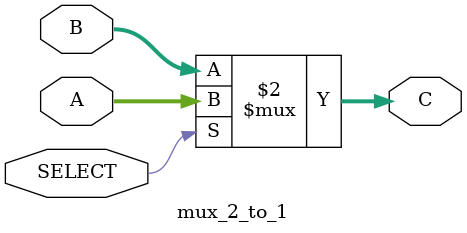
<source format=v>
module mux_2_to_1 #(
    parameter WIDTH = 4
) (
    //0 = no reg --> A, 1 = reg --> B
    input [WIDTH - 1: 0] A,B,
    input SELECT,
    
    output [WIDTH - 1: 0]C
);
    assign C = (SELECT == 1)? A: B;
endmodule
</source>
